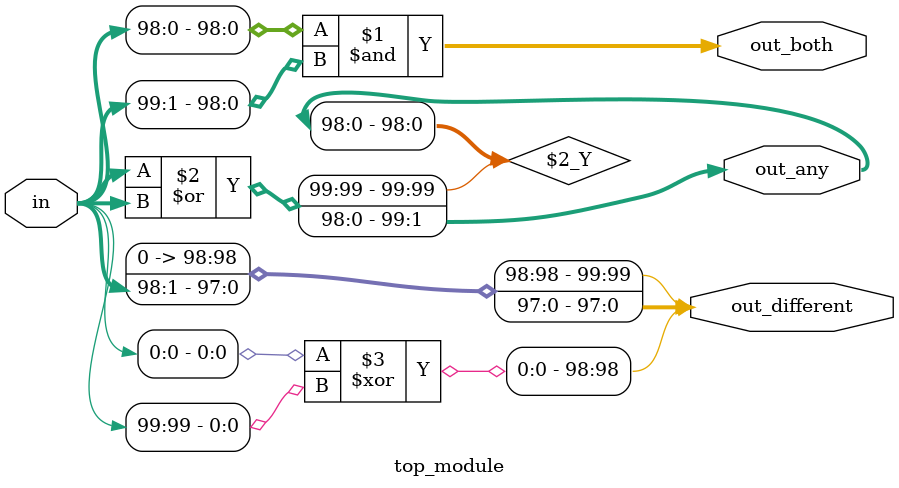
<source format=sv>
module top_module (
	input [99:0] in,
	output [98:0] out_both,
	output [99:1] out_any,
	output [99:0] out_different
);

	assign out_both = in[98:0] & in[99:1];
	assign out_any = in | in;
	assign out_different = {in[0] ^ in[99], in[98:1]};

endmodule

</source>
